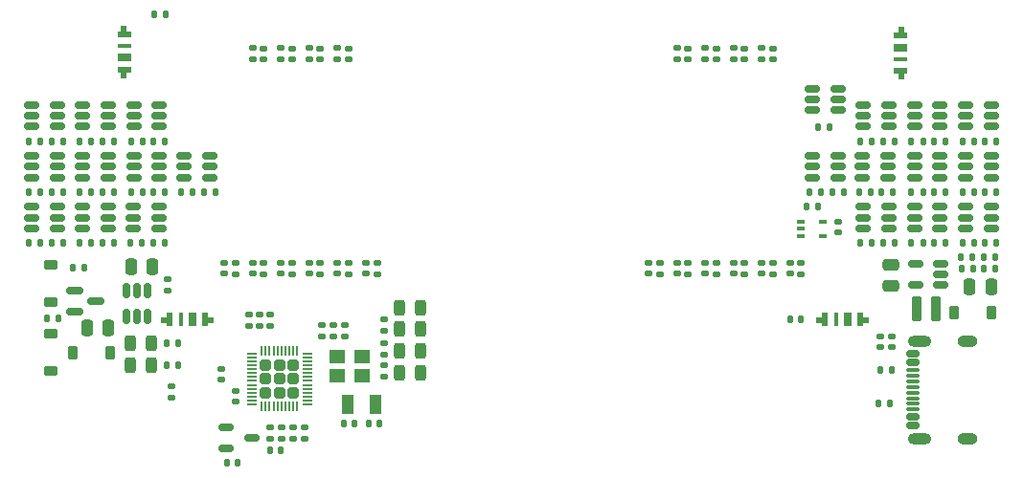
<source format=gbr>
%TF.GenerationSoftware,KiCad,Pcbnew,8.0.6*%
%TF.CreationDate,2024-12-15T00:33:14-05:00*%
%TF.ProjectId,VFDSAO,56464453-414f-42e6-9b69-6361645f7063,rev?*%
%TF.SameCoordinates,Original*%
%TF.FileFunction,Paste,Top*%
%TF.FilePolarity,Positive*%
%FSLAX46Y46*%
G04 Gerber Fmt 4.6, Leading zero omitted, Abs format (unit mm)*
G04 Created by KiCad (PCBNEW 8.0.6) date 2024-12-15 00:33:14*
%MOMM*%
%LPD*%
G01*
G04 APERTURE LIST*
G04 Aperture macros list*
%AMRoundRect*
0 Rectangle with rounded corners*
0 $1 Rounding radius*
0 $2 $3 $4 $5 $6 $7 $8 $9 X,Y pos of 4 corners*
0 Add a 4 corners polygon primitive as box body*
4,1,4,$2,$3,$4,$5,$6,$7,$8,$9,$2,$3,0*
0 Add four circle primitives for the rounded corners*
1,1,$1+$1,$2,$3*
1,1,$1+$1,$4,$5*
1,1,$1+$1,$6,$7*
1,1,$1+$1,$8,$9*
0 Add four rect primitives between the rounded corners*
20,1,$1+$1,$2,$3,$4,$5,0*
20,1,$1+$1,$4,$5,$6,$7,0*
20,1,$1+$1,$6,$7,$8,$9,0*
20,1,$1+$1,$8,$9,$2,$3,0*%
%AMFreePoly0*
4,1,21,0.278536,0.603536,0.280000,0.600000,0.280000,-0.600000,0.278536,-0.603536,0.275000,-0.605000,-0.275000,-0.605000,-0.278536,-0.603536,-0.280000,-0.600000,-0.280000,-0.205000,-0.725000,-0.205000,-0.728536,-0.203536,-0.730000,-0.200000,-0.730000,0.350000,-0.728536,0.353536,-0.725000,0.355000,-0.280000,0.355000,-0.280000,0.600000,-0.278536,0.603536,-0.275000,0.605000,0.275000,0.605000,
0.278536,0.603536,0.278536,0.603536,$1*%
%AMFreePoly1*
4,1,21,0.278536,0.603536,0.280000,0.600000,0.280000,0.355000,0.725000,0.355000,0.728536,0.353536,0.730000,0.350000,0.730000,-0.200000,0.728536,-0.203536,0.725000,-0.205000,0.280000,-0.205000,0.280000,-0.600000,0.278536,-0.603536,0.275000,-0.605000,-0.275000,-0.605000,-0.278536,-0.603536,-0.280000,-0.600000,-0.280000,0.600000,-0.278536,0.603536,-0.275000,0.605000,0.275000,0.605000,
0.278536,0.603536,0.278536,0.603536,$1*%
G04 Aperture macros list end*
%ADD10RoundRect,0.150000X-0.512500X-0.150000X0.512500X-0.150000X0.512500X0.150000X-0.512500X0.150000X0*%
%ADD11RoundRect,0.135000X-0.135000X-0.185000X0.135000X-0.185000X0.135000X0.185000X-0.135000X0.185000X0*%
%ADD12RoundRect,0.140000X0.170000X-0.140000X0.170000X0.140000X-0.170000X0.140000X-0.170000X-0.140000X0*%
%ADD13RoundRect,0.135000X0.135000X0.185000X-0.135000X0.185000X-0.135000X-0.185000X0.135000X-0.185000X0*%
%ADD14RoundRect,0.135000X0.185000X-0.135000X0.185000X0.135000X-0.185000X0.135000X-0.185000X-0.135000X0*%
%ADD15RoundRect,0.150000X0.425000X-0.150000X0.425000X0.150000X-0.425000X0.150000X-0.425000X-0.150000X0*%
%ADD16RoundRect,0.075000X0.500000X-0.075000X0.500000X0.075000X-0.500000X0.075000X-0.500000X-0.075000X0*%
%ADD17O,2.100000X1.000000*%
%ADD18O,1.800000X1.000000*%
%ADD19RoundRect,0.140000X-0.170000X0.140000X-0.170000X-0.140000X0.170000X-0.140000X0.170000X0.140000X0*%
%ADD20RoundRect,0.212500X-0.212500X-0.887500X0.212500X-0.887500X0.212500X0.887500X-0.212500X0.887500X0*%
%ADD21RoundRect,0.135000X-0.185000X0.135000X-0.185000X-0.135000X0.185000X-0.135000X0.185000X0.135000X0*%
%ADD22R,1.400000X1.200000*%
%ADD23RoundRect,0.225000X0.375000X-0.225000X0.375000X0.225000X-0.375000X0.225000X-0.375000X-0.225000X0*%
%ADD24RoundRect,0.243750X-0.243750X-0.456250X0.243750X-0.456250X0.243750X0.456250X-0.243750X0.456250X0*%
%ADD25RoundRect,0.140000X0.140000X0.170000X-0.140000X0.170000X-0.140000X-0.170000X0.140000X-0.170000X0*%
%ADD26RoundRect,0.247500X0.247500X0.247500X-0.247500X0.247500X-0.247500X-0.247500X0.247500X-0.247500X0*%
%ADD27RoundRect,0.050000X0.350000X0.050000X-0.350000X0.050000X-0.350000X-0.050000X0.350000X-0.050000X0*%
%ADD28RoundRect,0.050000X0.050000X0.350000X-0.050000X0.350000X-0.050000X-0.350000X0.050000X-0.350000X0*%
%ADD29RoundRect,0.243750X0.243750X0.456250X-0.243750X0.456250X-0.243750X-0.456250X0.243750X-0.456250X0*%
%ADD30RoundRect,0.150000X0.512500X0.150000X-0.512500X0.150000X-0.512500X-0.150000X0.512500X-0.150000X0*%
%ADD31R,1.000000X1.800000*%
%ADD32RoundRect,0.150000X-0.587500X-0.150000X0.587500X-0.150000X0.587500X0.150000X-0.587500X0.150000X0*%
%ADD33FreePoly0,90.000000*%
%ADD34R,1.200000X0.700000*%
%ADD35R,1.200000X0.450000*%
%ADD36FreePoly1,90.000000*%
%ADD37RoundRect,0.225000X0.225000X0.375000X-0.225000X0.375000X-0.225000X-0.375000X0.225000X-0.375000X0*%
%ADD38RoundRect,0.250000X-0.250000X-0.475000X0.250000X-0.475000X0.250000X0.475000X-0.250000X0.475000X0*%
%ADD39RoundRect,0.100000X-0.225000X-0.100000X0.225000X-0.100000X0.225000X0.100000X-0.225000X0.100000X0*%
%ADD40FreePoly0,270.000000*%
%ADD41FreePoly1,270.000000*%
%ADD42RoundRect,0.140000X-0.140000X-0.170000X0.140000X-0.170000X0.140000X0.170000X-0.140000X0.170000X0*%
%ADD43RoundRect,0.150000X-0.150000X0.512500X-0.150000X-0.512500X0.150000X-0.512500X0.150000X0.512500X0*%
%ADD44RoundRect,0.250000X0.250000X0.475000X-0.250000X0.475000X-0.250000X-0.475000X0.250000X-0.475000X0*%
%ADD45RoundRect,0.225000X-0.225000X-0.375000X0.225000X-0.375000X0.225000X0.375000X-0.225000X0.375000X0*%
%ADD46RoundRect,0.250000X0.475000X-0.250000X0.475000X0.250000X-0.475000X0.250000X-0.475000X-0.250000X0*%
%ADD47FreePoly0,180.000000*%
%ADD48R,0.700000X1.200000*%
%ADD49R,0.450000X1.200000*%
%ADD50FreePoly1,180.000000*%
G04 APERTURE END LIST*
D10*
%TO.C,Q61*%
X62000000Y-79050000D03*
X62000000Y-80000000D03*
X62000000Y-80950000D03*
X64275000Y-80950000D03*
X64275000Y-80000000D03*
X64275000Y-79050000D03*
%TD*%
D11*
%TO.C,R76*%
X61740000Y-82250000D03*
X62760000Y-82250000D03*
%TD*%
D12*
%TO.C,C32*%
X77600000Y-89580000D03*
X77600000Y-88620000D03*
%TD*%
D13*
%TO.C,R15*%
X127010000Y-79000000D03*
X125990000Y-79000000D03*
%TD*%
D11*
%TO.C,R84*%
X130740000Y-82250000D03*
X131760000Y-82250000D03*
%TD*%
D13*
%TO.C,R37*%
X69260000Y-77750000D03*
X68240000Y-77750000D03*
%TD*%
D10*
%TO.C,Q65*%
X61995000Y-74550000D03*
X61995000Y-75500000D03*
X61995000Y-76450000D03*
X64270000Y-76450000D03*
X64270000Y-75500000D03*
X64270000Y-74550000D03*
%TD*%
D11*
%TO.C,R83*%
X139740000Y-77750000D03*
X140760000Y-77750000D03*
%TD*%
D14*
%TO.C,R62*%
X120500000Y-85010000D03*
X120500000Y-83990000D03*
%TD*%
D15*
%TO.C,J11*%
X135400000Y-98450000D03*
X135400000Y-97650000D03*
D16*
X135400000Y-96500000D03*
X135400000Y-95500000D03*
X135400000Y-95000000D03*
X135400000Y-94000000D03*
D15*
X135400000Y-92850000D03*
X135400000Y-92050000D03*
X135400000Y-92050000D03*
X135400000Y-92850000D03*
D16*
X135400000Y-93500000D03*
X135400000Y-94500000D03*
X135400000Y-96000000D03*
X135400000Y-97000000D03*
D15*
X135400000Y-97650000D03*
X135400000Y-98450000D03*
D17*
X135975000Y-99570000D03*
D18*
X140155000Y-99570000D03*
D17*
X135975000Y-90930000D03*
D18*
X140155000Y-90930000D03*
%TD*%
D19*
%TO.C,C27*%
X132500000Y-90520000D03*
X132500000Y-91480000D03*
%TD*%
%TO.C,C41*%
X123000000Y-65020000D03*
X123000000Y-65980000D03*
%TD*%
D11*
%TO.C,R72*%
X66240000Y-77750000D03*
X67260000Y-77750000D03*
%TD*%
D12*
%TO.C,C43*%
X77000000Y-84980000D03*
X77000000Y-84020000D03*
%TD*%
D10*
%TO.C,Q54*%
X135500000Y-70050000D03*
X135500000Y-71000000D03*
X135500000Y-71950000D03*
X137775000Y-71950000D03*
X137775000Y-71000000D03*
X137775000Y-70050000D03*
%TD*%
D13*
%TO.C,R51*%
X60260000Y-77750000D03*
X59240000Y-77750000D03*
%TD*%
D20*
%TO.C,L11*%
X135750000Y-88100000D03*
X137400000Y-88100000D03*
%TD*%
D13*
%TO.C,R35*%
X64760000Y-73250000D03*
X63740000Y-73250000D03*
%TD*%
%TO.C,R43*%
X60260000Y-82250000D03*
X59240000Y-82250000D03*
%TD*%
%TO.C,R53*%
X64755000Y-77750000D03*
X63735000Y-77750000D03*
%TD*%
D21*
%TO.C,R40*%
X82000000Y-64990000D03*
X82000000Y-66010000D03*
%TD*%
D22*
%TO.C,Y12*%
X84450000Y-94000000D03*
X86650000Y-94000000D03*
X86650000Y-92300000D03*
X84450000Y-92300000D03*
%TD*%
D14*
%TO.C,R19*%
X69500000Y-86510000D03*
X69500000Y-85490000D03*
%TD*%
D19*
%TO.C,C11*%
X128800000Y-80370000D03*
X128800000Y-81330000D03*
%TD*%
%TO.C,C28*%
X80600000Y-98620000D03*
X80600000Y-99580000D03*
%TD*%
D23*
%TO.C,D16*%
X59200000Y-93550000D03*
X59200000Y-90250000D03*
%TD*%
D14*
%TO.C,R50*%
X83000000Y-85010000D03*
X83000000Y-83990000D03*
%TD*%
%TO.C,R18*%
X78600000Y-89610000D03*
X78600000Y-88590000D03*
%TD*%
D10*
%TO.C,Q57*%
X66500000Y-74550000D03*
X66500000Y-75500000D03*
X66500000Y-76450000D03*
X68775000Y-76450000D03*
X68775000Y-75500000D03*
X68775000Y-74550000D03*
%TD*%
D13*
%TO.C,R63*%
X138260000Y-82250000D03*
X137240000Y-82250000D03*
%TD*%
D10*
%TO.C,Q67*%
X135500000Y-74550000D03*
X135500000Y-75500000D03*
X135500000Y-76450000D03*
X137775000Y-76450000D03*
X137775000Y-75500000D03*
X137775000Y-74550000D03*
%TD*%
D24*
%TO.C,D17*%
X66162500Y-93100000D03*
X68037500Y-93100000D03*
%TD*%
D13*
%TO.C,R14*%
X133310000Y-96500000D03*
X132290000Y-96500000D03*
%TD*%
D14*
%TO.C,R64*%
X123000000Y-85010000D03*
X123000000Y-83990000D03*
%TD*%
D10*
%TO.C,Q62*%
X66480000Y-79050000D03*
X66480000Y-80000000D03*
X66480000Y-80950000D03*
X68755000Y-80950000D03*
X68755000Y-80000000D03*
X68755000Y-79050000D03*
%TD*%
D25*
%TO.C,C12*%
X127980000Y-72000000D03*
X127020000Y-72000000D03*
%TD*%
D26*
%TO.C,U15*%
X80610000Y-95530000D03*
X80610000Y-94300000D03*
X80610000Y-93070000D03*
X79380000Y-95530000D03*
X79380000Y-94300000D03*
X79380000Y-93070000D03*
X78150000Y-95530000D03*
X78150000Y-94300000D03*
X78150000Y-93070000D03*
D27*
X81830000Y-96575000D03*
X81830000Y-96225000D03*
X81830000Y-95875000D03*
X81830000Y-95525000D03*
X81830000Y-95175000D03*
X81830000Y-94825000D03*
X81830000Y-94475000D03*
X81830000Y-94125000D03*
X81830000Y-93775000D03*
X81830000Y-93425000D03*
X81830000Y-93075000D03*
X81830000Y-92725000D03*
X81830000Y-92375000D03*
X81830000Y-92025000D03*
D28*
X80955000Y-91850000D03*
X80605000Y-91850000D03*
X80255000Y-91850000D03*
X79905000Y-91850000D03*
X79555000Y-91850000D03*
X79205000Y-91850000D03*
X78855000Y-91850000D03*
X78505000Y-91850000D03*
X78155000Y-91850000D03*
X77805000Y-91850000D03*
D27*
X76930000Y-92025000D03*
X76930000Y-92375000D03*
X76930000Y-92725000D03*
X76930000Y-93075000D03*
X76930000Y-93425000D03*
X76930000Y-93775000D03*
X76930000Y-94125000D03*
X76930000Y-94475000D03*
X76930000Y-94825000D03*
X76930000Y-95175000D03*
X76930000Y-95525000D03*
X76930000Y-95875000D03*
X76930000Y-96225000D03*
X76930000Y-96575000D03*
D28*
X77805000Y-96750000D03*
X78155000Y-96750000D03*
X78505000Y-96750000D03*
X78855000Y-96750000D03*
X79205000Y-96750000D03*
X79555000Y-96750000D03*
X79905000Y-96750000D03*
X80255000Y-96750000D03*
X80605000Y-96750000D03*
X80955000Y-96750000D03*
%TD*%
D10*
%TO.C,Q56*%
X62000000Y-70050000D03*
X62000000Y-71000000D03*
X62000000Y-71950000D03*
X64275000Y-71950000D03*
X64275000Y-71000000D03*
X64275000Y-70050000D03*
%TD*%
%TO.C,Q53*%
X131000000Y-70050000D03*
X131000000Y-71000000D03*
X131000000Y-71950000D03*
X133275000Y-71950000D03*
X133275000Y-71000000D03*
X133275000Y-70050000D03*
%TD*%
D21*
%TO.C,R42*%
X122000000Y-64990000D03*
X122000000Y-66010000D03*
%TD*%
D13*
%TO.C,R33*%
X60260000Y-73250000D03*
X59240000Y-73250000D03*
%TD*%
%TO.C,R65*%
X142760000Y-82250000D03*
X141740000Y-82250000D03*
%TD*%
%TO.C,R45*%
X64760000Y-82250000D03*
X63740000Y-82250000D03*
%TD*%
D11*
%TO.C,R75*%
X57240000Y-82250000D03*
X58260000Y-82250000D03*
%TD*%
D29*
%TO.C,D12*%
X91837500Y-91800000D03*
X89962500Y-91800000D03*
%TD*%
D13*
%TO.C,R59*%
X142760000Y-77750000D03*
X141740000Y-77750000D03*
%TD*%
%TO.C,R49*%
X69260000Y-73250000D03*
X68240000Y-73250000D03*
%TD*%
D30*
%TO.C,U16*%
X137862500Y-86000000D03*
X137862500Y-85050000D03*
X137862500Y-84100000D03*
X135587500Y-84100000D03*
X135587500Y-86000000D03*
%TD*%
D13*
%TO.C,R20*%
X69319771Y-62028255D03*
X68299771Y-62028255D03*
%TD*%
D11*
%TO.C,R79*%
X57240000Y-77750000D03*
X58260000Y-77750000D03*
%TD*%
D10*
%TO.C,Q58*%
X70980000Y-74550000D03*
X70980000Y-75500000D03*
X70980000Y-76450000D03*
X73255000Y-76450000D03*
X73255000Y-75500000D03*
X73255000Y-74550000D03*
%TD*%
D11*
%TO.C,R69*%
X135240000Y-73250000D03*
X136260000Y-73250000D03*
%TD*%
D24*
%TO.C,D14*%
X66200000Y-91100000D03*
X68075000Y-91100000D03*
%TD*%
D12*
%TO.C,C25*%
X69800000Y-95930000D03*
X69800000Y-94970000D03*
%TD*%
D14*
%TO.C,R13*%
X83150000Y-90550000D03*
X83150000Y-89530000D03*
%TD*%
D10*
%TO.C,Q52*%
X126500000Y-74550000D03*
X126500000Y-75500000D03*
X126500000Y-76450000D03*
X128775000Y-76450000D03*
X128775000Y-75500000D03*
X128775000Y-74550000D03*
%TD*%
D14*
%TO.C,R46*%
X78000000Y-85010000D03*
X78000000Y-83990000D03*
%TD*%
D31*
%TO.C,Y11*%
X85400000Y-96550000D03*
X87900000Y-96550000D03*
%TD*%
D32*
%TO.C,Q11*%
X61312500Y-86450000D03*
X61312500Y-88350000D03*
X63187500Y-87400000D03*
%TD*%
D14*
%TO.C,R56*%
X113000000Y-85010000D03*
X113000000Y-83990000D03*
%TD*%
D21*
%TO.C,R36*%
X79500000Y-64990000D03*
X79500000Y-66010000D03*
%TD*%
D19*
%TO.C,C34*%
X115500000Y-65020000D03*
X115500000Y-65980000D03*
%TD*%
D13*
%TO.C,R17*%
X70410000Y-93100000D03*
X69390000Y-93100000D03*
%TD*%
D19*
%TO.C,C31*%
X79600000Y-98620000D03*
X79600000Y-99580000D03*
%TD*%
D33*
%TO.C,D22*%
X65720000Y-66925000D03*
D34*
X65720000Y-65800000D03*
D35*
X65720000Y-64775000D03*
D36*
X65720000Y-63775000D03*
%TD*%
D11*
%TO.C,R82*%
X135240000Y-77750000D03*
X136260000Y-77750000D03*
%TD*%
D14*
%TO.C,R52*%
X85500000Y-85010000D03*
X85500000Y-83990000D03*
%TD*%
D29*
%TO.C,D11*%
X91837500Y-88000000D03*
X89962500Y-88000000D03*
%TD*%
D37*
%TO.C,D23*%
X142325000Y-88400000D03*
X139025000Y-88400000D03*
%TD*%
D21*
%TO.C,R30*%
X117000000Y-64990000D03*
X117000000Y-66010000D03*
%TD*%
D14*
%TO.C,R54*%
X88000000Y-85010000D03*
X88000000Y-83990000D03*
%TD*%
D13*
%TO.C,R25*%
X142685000Y-84500000D03*
X141665000Y-84500000D03*
%TD*%
D23*
%TO.C,D21*%
X59187500Y-87500000D03*
X59187500Y-84200000D03*
%TD*%
D38*
%TO.C,C18*%
X66250000Y-84337500D03*
X68150000Y-84337500D03*
%TD*%
D11*
%TO.C,R70*%
X57240000Y-73250000D03*
X58260000Y-73250000D03*
%TD*%
D10*
%TO.C,Q64*%
X57500000Y-74550000D03*
X57500000Y-75500000D03*
X57500000Y-76450000D03*
X59775000Y-76450000D03*
X59775000Y-75500000D03*
X59775000Y-74550000D03*
%TD*%
D14*
%TO.C,R58*%
X115500000Y-85010000D03*
X115500000Y-83990000D03*
%TD*%
D39*
%TO.C,U11*%
X125500000Y-80350000D03*
X125500000Y-81000000D03*
X125500000Y-81650000D03*
X127400000Y-81650000D03*
X127400000Y-80350000D03*
%TD*%
D40*
%TO.C,D24*%
X134280000Y-63875000D03*
D34*
X134280000Y-65000000D03*
D35*
X134280000Y-66025000D03*
D41*
X134280000Y-67025000D03*
%TD*%
D11*
%TO.C,R71*%
X61740000Y-73250000D03*
X62760000Y-73250000D03*
%TD*%
D29*
%TO.C,D13*%
X91850000Y-93750000D03*
X89975000Y-93750000D03*
%TD*%
D11*
%TO.C,R81*%
X130602500Y-77750000D03*
X131622500Y-77750000D03*
%TD*%
D42*
%TO.C,C15*%
X85070000Y-98250000D03*
X86030000Y-98250000D03*
%TD*%
D12*
%TO.C,C53*%
X124500000Y-84980000D03*
X124500000Y-84020000D03*
%TD*%
D19*
%TO.C,C37*%
X78000000Y-65020000D03*
X78000000Y-65980000D03*
%TD*%
D43*
%TO.C,U14*%
X67750000Y-86462500D03*
X66800000Y-86462500D03*
X65850000Y-86462500D03*
X65850000Y-88737500D03*
X66800000Y-88737500D03*
X67750000Y-88737500D03*
%TD*%
D19*
%TO.C,C35*%
X118000000Y-65020000D03*
X118000000Y-65980000D03*
%TD*%
D14*
%TO.C,R60*%
X118000000Y-85010000D03*
X118000000Y-83990000D03*
%TD*%
D11*
%TO.C,R73*%
X70720000Y-77750000D03*
X71740000Y-77750000D03*
%TD*%
D13*
%TO.C,R39*%
X73740000Y-77750000D03*
X72720000Y-77750000D03*
%TD*%
D12*
%TO.C,C26*%
X85150000Y-90510000D03*
X85150000Y-89550000D03*
%TD*%
D21*
%TO.C,R12*%
X88600000Y-93090000D03*
X88600000Y-94110000D03*
%TD*%
%TO.C,R38*%
X84500000Y-64990000D03*
X84500000Y-66010000D03*
%TD*%
D12*
%TO.C,C50*%
X117000000Y-84980000D03*
X117000000Y-84020000D03*
%TD*%
D21*
%TO.C,R32*%
X119500000Y-64990000D03*
X119500000Y-66010000D03*
%TD*%
D13*
%TO.C,R41*%
X142760000Y-73250000D03*
X141740000Y-73250000D03*
%TD*%
D10*
%TO.C,U13*%
X126500000Y-68600000D03*
X126500000Y-69550000D03*
X126500000Y-70500000D03*
X128775000Y-70500000D03*
X128775000Y-69550000D03*
X128775000Y-68600000D03*
%TD*%
D12*
%TO.C,C24*%
X84150000Y-90510000D03*
X84150000Y-89550000D03*
%TD*%
D14*
%TO.C,R22*%
X88600000Y-90060000D03*
X88600000Y-89040000D03*
%TD*%
D11*
%TO.C,R74*%
X139740000Y-73250000D03*
X140760000Y-73250000D03*
%TD*%
D10*
%TO.C,Q60*%
X57500000Y-79050000D03*
X57500000Y-80000000D03*
X57500000Y-80950000D03*
X59775000Y-80950000D03*
X59775000Y-80000000D03*
X59775000Y-79050000D03*
%TD*%
D13*
%TO.C,R27*%
X129260000Y-77750000D03*
X128240000Y-77750000D03*
%TD*%
D14*
%TO.C,R66*%
X125500000Y-85010000D03*
X125500000Y-83990000D03*
%TD*%
D44*
%TO.C,C13*%
X64250000Y-89800000D03*
X62350000Y-89800000D03*
%TD*%
D13*
%TO.C,R31*%
X138260000Y-73250000D03*
X137240000Y-73250000D03*
%TD*%
D11*
%TO.C,R77*%
X66220000Y-82250000D03*
X67240000Y-82250000D03*
%TD*%
D13*
%TO.C,R16*%
X70410000Y-91100000D03*
X69390000Y-91100000D03*
%TD*%
%TO.C,R29*%
X133760000Y-73250000D03*
X132740000Y-73250000D03*
%TD*%
D11*
%TO.C,R85*%
X135240000Y-82250000D03*
X136260000Y-82250000D03*
%TD*%
D12*
%TO.C,C42*%
X74500000Y-84980000D03*
X74500000Y-84020000D03*
%TD*%
D10*
%TO.C,Q66*%
X130862500Y-74550000D03*
X130862500Y-75500000D03*
X130862500Y-76450000D03*
X133137500Y-76450000D03*
X133137500Y-75500000D03*
X133137500Y-74550000D03*
%TD*%
D11*
%TO.C,R67*%
X126240000Y-77750000D03*
X127260000Y-77750000D03*
%TD*%
D25*
%TO.C,C23*%
X125500000Y-89000000D03*
X124540000Y-89000000D03*
%TD*%
D11*
%TO.C,R78*%
X66240000Y-73250000D03*
X67260000Y-73250000D03*
%TD*%
D13*
%TO.C,R57*%
X138260000Y-77750000D03*
X137240000Y-77750000D03*
%TD*%
%TO.C,R24*%
X59847500Y-88900000D03*
X58827500Y-88900000D03*
%TD*%
D12*
%TO.C,C46*%
X84500000Y-84980000D03*
X84500000Y-84020000D03*
%TD*%
D14*
%TO.C,R44*%
X75500000Y-85010000D03*
X75500000Y-83990000D03*
%TD*%
D45*
%TO.C,D15*%
X61150000Y-92000000D03*
X64450000Y-92000000D03*
%TD*%
D19*
%TO.C,C36*%
X120500000Y-65020000D03*
X120500000Y-65980000D03*
%TD*%
D13*
%TO.C,R26*%
X140685000Y-84500000D03*
X139665000Y-84500000D03*
%TD*%
D19*
%TO.C,C21*%
X81600000Y-98620000D03*
X81600000Y-99580000D03*
%TD*%
D14*
%TO.C,R11*%
X88600000Y-92160000D03*
X88600000Y-91140000D03*
%TD*%
D11*
%TO.C,R1*%
X132490000Y-93500000D03*
X133510000Y-93500000D03*
%TD*%
D29*
%TO.C,D19*%
X91862500Y-89900000D03*
X89987500Y-89900000D03*
%TD*%
D10*
%TO.C,Q59*%
X140000000Y-70050000D03*
X140000000Y-71000000D03*
X140000000Y-71950000D03*
X142275000Y-71950000D03*
X142275000Y-71000000D03*
X142275000Y-70050000D03*
%TD*%
D12*
%TO.C,C44*%
X79500000Y-84980000D03*
X79500000Y-84020000D03*
%TD*%
D11*
%TO.C,R80*%
X61735000Y-77750000D03*
X62755000Y-77750000D03*
%TD*%
D19*
%TO.C,C40*%
X83000000Y-65020000D03*
X83000000Y-65980000D03*
%TD*%
D10*
%TO.C,Q69*%
X131000000Y-79050000D03*
X131000000Y-80000000D03*
X131000000Y-80950000D03*
X133275000Y-80950000D03*
X133275000Y-80000000D03*
X133275000Y-79050000D03*
%TD*%
D13*
%TO.C,R47*%
X69240000Y-82250000D03*
X68220000Y-82250000D03*
%TD*%
D12*
%TO.C,C48*%
X112000000Y-84980000D03*
X112000000Y-84020000D03*
%TD*%
D42*
%TO.C,C17*%
X78520000Y-100575000D03*
X79480000Y-100575000D03*
%TD*%
D12*
%TO.C,C51*%
X119500000Y-84980000D03*
X119500000Y-84020000D03*
%TD*%
D14*
%TO.C,R21*%
X78550000Y-99610000D03*
X78550000Y-98590000D03*
%TD*%
D10*
%TO.C,Q68*%
X140000000Y-74550000D03*
X140000000Y-75500000D03*
X140000000Y-76450000D03*
X142275000Y-76450000D03*
X142275000Y-75500000D03*
X142275000Y-74550000D03*
%TD*%
%TO.C,U12*%
X74662500Y-98550000D03*
X74662500Y-100450000D03*
X76937500Y-99500000D03*
%TD*%
D13*
%TO.C,R61*%
X133760000Y-82250000D03*
X132740000Y-82250000D03*
%TD*%
D12*
%TO.C,C45*%
X82000000Y-84980000D03*
X82000000Y-84020000D03*
%TD*%
D19*
%TO.C,C22*%
X75550000Y-95370000D03*
X75550000Y-96330000D03*
%TD*%
D21*
%TO.C,R34*%
X77000000Y-64990000D03*
X77000000Y-66010000D03*
%TD*%
D25*
%TO.C,C14*%
X88230000Y-98250000D03*
X87270000Y-98250000D03*
%TD*%
D13*
%TO.C,R88*%
X140660000Y-83500000D03*
X139640000Y-83500000D03*
%TD*%
D19*
%TO.C,C19*%
X133500000Y-90520000D03*
X133500000Y-91480000D03*
%TD*%
D44*
%TO.C,C33*%
X142275000Y-86150000D03*
X140375000Y-86150000D03*
%TD*%
D46*
%TO.C,C29*%
X133400000Y-86050000D03*
X133400000Y-84150000D03*
%TD*%
D47*
%TO.C,D20*%
X72825000Y-88980000D03*
D48*
X71700000Y-88980000D03*
D49*
X70675000Y-88980000D03*
D50*
X69675000Y-88980000D03*
%TD*%
D47*
%TO.C,D18*%
X130725000Y-88980000D03*
D48*
X129600000Y-88980000D03*
D49*
X128575000Y-88980000D03*
D50*
X127575000Y-88980000D03*
%TD*%
D12*
%TO.C,C47*%
X87000000Y-84980000D03*
X87000000Y-84020000D03*
%TD*%
D13*
%TO.C,R55*%
X133622500Y-77750000D03*
X132602500Y-77750000D03*
%TD*%
D19*
%TO.C,C38*%
X80500000Y-65020000D03*
X80500000Y-65980000D03*
%TD*%
D10*
%TO.C,Q71*%
X140000000Y-79050000D03*
X140000000Y-80000000D03*
X140000000Y-80950000D03*
X142275000Y-80950000D03*
X142275000Y-80000000D03*
X142275000Y-79050000D03*
%TD*%
D12*
%TO.C,C52*%
X122000000Y-84980000D03*
X122000000Y-84020000D03*
%TD*%
D14*
%TO.C,R48*%
X80500000Y-85010000D03*
X80500000Y-83990000D03*
%TD*%
D12*
%TO.C,C30*%
X76700000Y-89580000D03*
X76700000Y-88620000D03*
%TD*%
D21*
%TO.C,R28*%
X114500000Y-64990000D03*
X114500000Y-66010000D03*
%TD*%
D10*
%TO.C,Q55*%
X57500000Y-70050000D03*
X57500000Y-71000000D03*
X57500000Y-71950000D03*
X59775000Y-71950000D03*
X59775000Y-71000000D03*
X59775000Y-70050000D03*
%TD*%
D13*
%TO.C,R23*%
X62097500Y-84450000D03*
X61077500Y-84450000D03*
%TD*%
%TO.C,R87*%
X142660000Y-83500000D03*
X141640000Y-83500000D03*
%TD*%
D12*
%TO.C,C49*%
X114500000Y-84980000D03*
X114500000Y-84020000D03*
%TD*%
D11*
%TO.C,R86*%
X139740000Y-82250000D03*
X140760000Y-82250000D03*
%TD*%
D10*
%TO.C,Q70*%
X135500000Y-79050000D03*
X135500000Y-80000000D03*
X135500000Y-80950000D03*
X137775000Y-80950000D03*
X137775000Y-80000000D03*
X137775000Y-79050000D03*
%TD*%
D19*
%TO.C,C39*%
X85500000Y-65020000D03*
X85500000Y-65980000D03*
%TD*%
D12*
%TO.C,C20*%
X74200000Y-94380000D03*
X74200000Y-93420000D03*
%TD*%
D42*
%TO.C,C16*%
X74745000Y-101750000D03*
X75705000Y-101750000D03*
%TD*%
D11*
%TO.C,R68*%
X130740000Y-73250000D03*
X131760000Y-73250000D03*
%TD*%
D10*
%TO.C,Q63*%
X66500000Y-70050000D03*
X66500000Y-71000000D03*
X66500000Y-71950000D03*
X68775000Y-71950000D03*
X68775000Y-71000000D03*
X68775000Y-70050000D03*
%TD*%
M02*

</source>
